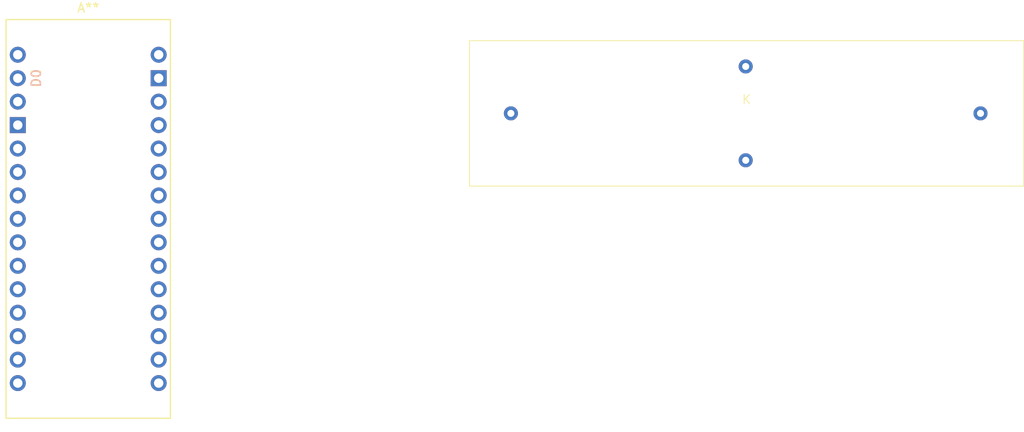
<source format=kicad_pcb>
(kicad_pcb (version 20240108) (generator "pcbnew") (generator_version "8.0")
  (layers (0 "F.Cu" signal) (31 "B.Cu" signal) (34 "B.Paste" user) (35 "F.Paste" user) (36 "B.SilkS" user "B.Silkscreen") (37 "F.SilkS" user "F.Silkscreen") (38 "B.Mask" user) (39 "F.Mask" user) (44 "Edge.Cuts" user))
  (net 0 "")
  (footprint "PCM_arduino-library:Arduino_Nano_ESP32_Socket" (layer "F.Cu") (at 124.46 116.84)
    (property "Reference" "A**" (at 0 -44.45 0) (layer "F.SilkS"))
    (property "Value" "Arduino_Nano_ESP32_Socket")
    (fp_line (start -8.89 -43.18) (end -8.89 0) (stroke (width 0.15)) (layer "F.SilkS"))
    (fp_line (start -8.89 -43.18) (end 8.89 -43.18) (stroke (width 0.15)) (layer "F.SilkS"))
    (fp_line (start -8.89 0) (end 8.89 0) (stroke (width 0.15)) (layer "F.SilkS"))
    (fp_line (start 8.89 -43.18) (end 8.89 0) (stroke (width 0.15)) (layer "F.SilkS"))
    (fp_text user "D0" (at -5.715 -36.83 -90) (layer "B.SilkS") (effects (justify mirror)))
    (fp_text user "D0" (at -5.715 -36.83 -90) (layer "F.SilkS"))
    (pad "" np_thru_hole circle (at -7.62 -41.91) (size 1.8 1.8) (drill 1.8) (layers "F&B.Cu" "*.Mask"))
    (pad "" np_thru_hole circle (at -7.62 -1.27) (size 1.8 1.8) (drill 1.8) (layers "F&B.Cu" "*.Mask"))
    (pad "" np_thru_hole circle (at 7.62 -41.91) (size 1.8 1.8) (drill 1.8) (layers "F&B.Cu" "*.Mask"))
    (pad "" np_thru_hole circle (at 7.62 -1.27) (size 1.8 1.8) (drill 1.8) (layers "F&B.Cu" "*.Mask"))
    (pad "3V3" thru_hole circle (at 7.62 -6.35) (size 1.7272 1.7272) (drill 1.016) (layers "*.Cu" "*.Mask"))
    (pad "5V" thru_hole circle (at 7.62 -31.75) (size 1.7272 1.7272) (drill 1.016) (layers "*.Cu" "*.Mask"))
    (pad "A0" thru_hole circle (at 7.62 -11.43) (size 1.7272 1.7272) (drill 1.016) (layers "*.Cu" "*.Mask"))
    (pad "A1" thru_hole circle (at 7.62 -13.97) (size 1.7272 1.7272) (drill 1.016) (layers "*.Cu" "*.Mask"))
    (pad "A2" thru_hole circle (at 7.62 -16.51) (size 1.7272 1.7272) (drill 1.016) (layers "*.Cu" "*.Mask"))
    (pad "A3" thru_hole circle (at 7.62 -19.05) (size 1.7272 1.7272) (drill 1.016) (layers "*.Cu" "*.Mask"))
    (pad "A4" thru_hole circle (at 7.62 -21.59) (size 1.7272 1.7272) (drill 1.016) (layers "*.Cu" "*.Mask"))
    (pad "A5" thru_hole circle (at 7.62 -24.13) (size 1.7272 1.7272) (drill 1.016) (layers "*.Cu" "*.Mask"))
    (pad "A6" thru_hole circle (at 7.62 -26.67) (size 1.7272 1.7272) (drill 1.016) (layers "*.Cu" "*.Mask"))
    (pad "A7" thru_hole circle (at 7.62 -29.21) (size 1.7272 1.7272) (drill 1.016) (layers "*.Cu" "*.Mask"))
    (pad "B0" thru_hole circle (at 7.62 -8.89) (size 1.7272 1.7272) (drill 1.016) (layers "*.Cu" "*.Mask"))
    (pad "B1" thru_hole circle (at 7.62 -34.29) (size 1.7272 1.7272) (drill 1.016) (layers "*.Cu" "*.Mask"))
    (pad "D0" thru_hole circle (at -7.62 -36.83) (size 1.7272 1.7272) (drill 1.016) (layers "*.Cu" "*.Mask"))
    (pad "D1" thru_hole circle (at -7.62 -39.37) (size 1.7272 1.7272) (drill 1.016) (layers "*.Cu" "*.Mask"))
    (pad "D2" thru_hole circle (at -7.62 -29.21) (size 1.7272 1.7272) (drill 1.016) (layers "*.Cu" "*.Mask"))
    (pad "D3" thru_hole circle (at -7.62 -26.67) (size 1.7272 1.7272) (drill 1.016) (layers "*.Cu" "*.Mask"))
    (pad "D4" thru_hole circle (at -7.62 -24.13) (size 1.7272 1.7272) (drill 1.016) (layers "*.Cu" "*.Mask"))
    (pad "D5" thru_hole circle (at -7.62 -21.59) (size 1.7272 1.7272) (drill 1.016) (layers "*.Cu" "*.Mask"))
    (pad "D6" thru_hole circle (at -7.62 -19.05) (size 1.7272 1.7272) (drill 1.016) (layers "*.Cu" "*.Mask"))
    (pad "D7" thru_hole circle (at -7.62 -16.51) (size 1.7272 1.7272) (drill 1.016) (layers "*.Cu" "*.Mask"))
    (pad "D8" thru_hole circle (at -7.62 -13.97) (size 1.7272 1.7272) (drill 1.016) (layers "*.Cu" "*.Mask"))
    (pad "D9" thru_hole circle (at -7.62 -11.43) (size 1.7272 1.7272) (drill 1.016) (layers "*.Cu" "*.Mask"))
    (pad "D10" thru_hole circle (at -7.62 -8.89) (size 1.7272 1.7272) (drill 1.016) (layers "*.Cu" "*.Mask"))
    (pad "D11" thru_hole circle (at -7.62 -6.35) (size 1.7272 1.7272) (drill 1.016) (layers "*.Cu" "*.Mask"))
    (pad "D12" thru_hole circle (at -7.62 -3.81) (size 1.7272 1.7272) (drill 1.016) (layers "*.Cu" "*.Mask"))
    (pad "D13" thru_hole circle (at 7.62 -3.81) (size 1.7272 1.7272) (drill 1.016) (layers "*.Cu" "*.Mask"))
    (pad "GND1" thru_hole rect (at -7.62 -31.75) (size 1.7272 1.7272) (drill 1.016) (layers "*.Cu" "*.Mask"))
    (pad "GND2" thru_hole rect (at 7.62 -36.83) (size 1.7272 1.7272) (drill 1.016) (layers "*.Cu" "*.Mask"))
    (pad "RST" thru_hole circle (at -7.62 -34.29) (size 1.7272 1.7272) (drill 1.016) (layers "*.Cu" "*.Mask"))
    (pad "VIN" thru_hole circle (at 7.62 -39.37) (size 1.7272 1.7272) (drill 1.016) (layers "*.Cu" "*.Mask"))
  )
  (footprint "PrechargeRelays:PreDisRelay" (layer "F.Cu") (at 170.18 83.82)
    (property "Reference" "K" (at 25.5 -1.5 0) (layer "F.SilkS") (effects (font (thickness 0.1))))
    (property "Value" "PreDisRelay")
    (fp_rect (start -4.472 -7.874) (end 55.472 7.874) (stroke (width 0.1)) (fill none) (layer "F.SilkS"))
    (pad "1" thru_hole circle (at 0 0) (size 1.524 1.524) (drill 0.762) (layers "*.Cu" "*.Mask"))
    (pad "2" thru_hole circle (at 50.8 0) (size 1.524 1.524) (drill 0.762) (layers "*.Cu" "*.Mask"))
    (pad "3" thru_hole circle (at 25.4 -5.08) (size 1.524 1.524) (drill 0.762) (layers "*.Cu" "*.Mask"))
    (pad "4" thru_hole circle (at 25.4 5.08) (size 1.524 1.524) (drill 0.762) (layers "*.Cu" "*.Mask"))
  )
)
</source>
